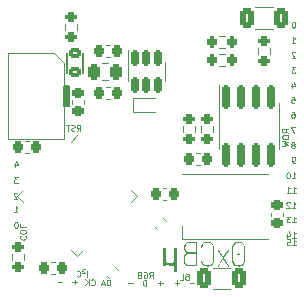
<source format=gbr>
%TF.GenerationSoftware,KiCad,Pcbnew,(5.99.0-11145-g173c9a974c)*%
%TF.CreationDate,2021-06-27T16:32:02+02:00*%
%TF.ProjectId,micro,6d696372-6f2e-46b6-9963-61645f706362,rev1.0*%
%TF.SameCoordinates,Original*%
%TF.FileFunction,Legend,Bot*%
%TF.FilePolarity,Positive*%
%FSLAX46Y46*%
G04 Gerber Fmt 4.6, Leading zero omitted, Abs format (unit mm)*
G04 Created by KiCad (PCBNEW (5.99.0-11145-g173c9a974c)) date 2021-06-27 16:32:02*
%MOMM*%
%LPD*%
G01*
G04 APERTURE LIST*
G04 Aperture macros list*
%AMRoundRect*
0 Rectangle with rounded corners*
0 $1 Rounding radius*
0 $2 $3 $4 $5 $6 $7 $8 $9 X,Y pos of 4 corners*
0 Add a 4 corners polygon primitive as box body*
4,1,4,$2,$3,$4,$5,$6,$7,$8,$9,$2,$3,0*
0 Add four circle primitives for the rounded corners*
1,1,$1+$1,$2,$3*
1,1,$1+$1,$4,$5*
1,1,$1+$1,$6,$7*
1,1,$1+$1,$8,$9*
0 Add four rect primitives between the rounded corners*
20,1,$1+$1,$2,$3,$4,$5,0*
20,1,$1+$1,$4,$5,$6,$7,0*
20,1,$1+$1,$6,$7,$8,$9,0*
20,1,$1+$1,$8,$9,$2,$3,0*%
%AMRotRect*
0 Rectangle, with rotation*
0 The origin of the aperture is its center*
0 $1 length*
0 $2 width*
0 $3 Rotation angle, in degrees counterclockwise*
0 Add horizontal line*
21,1,$1,$2,0,0,$3*%
G04 Aperture macros list end*
%ADD10C,0.125000*%
%ADD11C,0.150000*%
%ADD12C,0.120000*%
%ADD13C,3.987800*%
%ADD14C,2.250000*%
%ADD15RoundRect,0.250000X0.312500X0.625000X-0.312500X0.625000X-0.312500X-0.625000X0.312500X-0.625000X0*%
%ADD16C,1.000000*%
%ADD17C,3.800000*%
%ADD18C,2.600000*%
%ADD19R,1.500000X1.000000*%
%ADD20RoundRect,0.200000X-0.275000X0.200000X-0.275000X-0.200000X0.275000X-0.200000X0.275000X0.200000X0*%
%ADD21RoundRect,0.225000X-0.225000X-0.250000X0.225000X-0.250000X0.225000X0.250000X-0.225000X0.250000X0*%
%ADD22RoundRect,0.200000X0.275000X-0.200000X0.275000X0.200000X-0.275000X0.200000X-0.275000X-0.200000X0*%
%ADD23RoundRect,0.225000X0.335876X0.017678X0.017678X0.335876X-0.335876X-0.017678X-0.017678X-0.335876X0*%
%ADD24RoundRect,0.225000X0.225000X0.250000X-0.225000X0.250000X-0.225000X-0.250000X0.225000X-0.250000X0*%
%ADD25RoundRect,0.225000X0.250000X-0.225000X0.250000X0.225000X-0.250000X0.225000X-0.250000X-0.225000X0*%
%ADD26R,0.600000X0.700000*%
%ADD27RoundRect,0.170000X0.330000X-0.255000X0.330000X0.255000X-0.330000X0.255000X-0.330000X-0.255000X0*%
%ADD28RoundRect,0.300000X-0.070711X-0.494975X0.494975X0.070711X0.070711X0.494975X-0.494975X-0.070711X0*%
%ADD29RoundRect,0.200000X0.200000X0.275000X-0.200000X0.275000X-0.200000X-0.275000X0.200000X-0.275000X0*%
%ADD30C,1.700000*%
%ADD31RoundRect,0.200000X-0.200000X-0.275000X0.200000X-0.275000X0.200000X0.275000X-0.200000X0.275000X0*%
%ADD32RoundRect,0.062500X0.291682X0.380070X-0.380070X-0.291682X-0.291682X-0.380070X0.380070X0.291682X0*%
%ADD33RoundRect,0.062500X-0.291682X0.380070X-0.380070X0.291682X0.291682X-0.380070X0.380070X-0.291682X0*%
%ADD34RotRect,5.200000X5.200000X225.000000*%
%ADD35RoundRect,0.243750X0.243750X0.456250X-0.243750X0.456250X-0.243750X-0.456250X0.243750X-0.456250X0*%
%ADD36RoundRect,0.225000X-0.335876X-0.017678X-0.017678X-0.335876X0.335876X0.017678X0.017678X0.335876X0*%
%ADD37RoundRect,0.250000X-0.312500X-0.625000X0.312500X-0.625000X0.312500X0.625000X-0.312500X0.625000X0*%
%ADD38RoundRect,0.150000X-0.150000X0.512500X-0.150000X-0.512500X0.150000X-0.512500X0.150000X0.512500X0*%
%ADD39RoundRect,0.150000X-0.150000X0.825000X-0.150000X-0.825000X0.150000X-0.825000X0.150000X0.825000X0*%
%ADD40RoundRect,0.225000X-0.250000X0.225000X-0.250000X-0.225000X0.250000X-0.225000X0.250000X0.225000X0*%
%ADD41R,0.600000X1.150000*%
%ADD42R,0.300000X1.150000*%
%ADD43O,1.000000X2.200000*%
%ADD44O,1.000000X1.800000*%
G04 APERTURE END LIST*
D10*
X144693809Y-97866190D02*
X144860476Y-97628095D01*
X144979523Y-97866190D02*
X144979523Y-97366190D01*
X144789047Y-97366190D01*
X144741428Y-97390000D01*
X144717619Y-97413809D01*
X144693809Y-97461428D01*
X144693809Y-97532857D01*
X144717619Y-97580476D01*
X144741428Y-97604285D01*
X144789047Y-97628095D01*
X144979523Y-97628095D01*
X144503333Y-97842380D02*
X144431904Y-97866190D01*
X144312857Y-97866190D01*
X144265238Y-97842380D01*
X144241428Y-97818571D01*
X144217619Y-97770952D01*
X144217619Y-97723333D01*
X144241428Y-97675714D01*
X144265238Y-97651904D01*
X144312857Y-97628095D01*
X144408095Y-97604285D01*
X144455714Y-97580476D01*
X144479523Y-97556666D01*
X144503333Y-97509047D01*
X144503333Y-97461428D01*
X144479523Y-97413809D01*
X144455714Y-97390000D01*
X144408095Y-97366190D01*
X144289047Y-97366190D01*
X144217619Y-97390000D01*
X144074761Y-97366190D02*
X143789047Y-97366190D01*
X143931904Y-97866190D02*
X143931904Y-97366190D01*
D11*
X144012579Y-95809000D02*
X143642579Y-95809000D01*
X143642579Y-95809000D02*
X143642579Y-94109000D01*
X143642579Y-94109000D02*
X144012579Y-94109000D01*
X144012579Y-94109000D02*
X144012579Y-95809000D01*
G36*
X144012579Y-95809000D02*
G01*
X143642579Y-95809000D01*
X143642579Y-94109000D01*
X144012579Y-94109000D01*
X144012579Y-95809000D01*
G37*
D10*
X139941428Y-106769523D02*
X139917619Y-106793333D01*
X139893809Y-106864761D01*
X139893809Y-106912380D01*
X139917619Y-106983809D01*
X139965238Y-107031428D01*
X140012857Y-107055238D01*
X140108095Y-107079047D01*
X140179523Y-107079047D01*
X140274761Y-107055238D01*
X140322380Y-107031428D01*
X140370000Y-106983809D01*
X140393809Y-106912380D01*
X140393809Y-106864761D01*
X140370000Y-106793333D01*
X140346190Y-106769523D01*
X140393809Y-106460000D02*
X140393809Y-106364761D01*
X140370000Y-106317142D01*
X140322380Y-106269523D01*
X140227142Y-106245714D01*
X140060476Y-106245714D01*
X139965238Y-106269523D01*
X139917619Y-106317142D01*
X139893809Y-106364761D01*
X139893809Y-106460000D01*
X139917619Y-106507619D01*
X139965238Y-106555238D01*
X140060476Y-106579047D01*
X140227142Y-106579047D01*
X140322380Y-106555238D01*
X140370000Y-106507619D01*
X140393809Y-106460000D01*
X139893809Y-105793333D02*
X139893809Y-106031428D01*
X140393809Y-106031428D01*
X163076388Y-88645190D02*
X163028769Y-88645190D01*
X162981150Y-88669000D01*
X162957340Y-88692809D01*
X162933531Y-88740428D01*
X162909721Y-88835666D01*
X162909721Y-88954714D01*
X162933531Y-89049952D01*
X162957340Y-89097571D01*
X162981150Y-89121380D01*
X163028769Y-89145190D01*
X163076388Y-89145190D01*
X163124007Y-89121380D01*
X163147817Y-89097571D01*
X163171626Y-89049952D01*
X163195436Y-88954714D01*
X163195436Y-88835666D01*
X163171626Y-88740428D01*
X163147817Y-88692809D01*
X163124007Y-88669000D01*
X163076388Y-88645190D01*
X139377142Y-104726190D02*
X139662857Y-104726190D01*
X139520000Y-104726190D02*
X139520000Y-104226190D01*
X139567619Y-104297619D01*
X139615238Y-104345238D01*
X139662857Y-104369047D01*
X162883531Y-95005190D02*
X163121626Y-95005190D01*
X163145436Y-95243285D01*
X163121626Y-95219476D01*
X163074007Y-95195666D01*
X162954959Y-95195666D01*
X162907340Y-95219476D01*
X162883531Y-95243285D01*
X162859721Y-95290904D01*
X162859721Y-95409952D01*
X162883531Y-95457571D01*
X162907340Y-95481380D01*
X162954959Y-95505190D01*
X163074007Y-95505190D01*
X163121626Y-95481380D01*
X163145436Y-95457571D01*
X162907340Y-96255190D02*
X163002579Y-96255190D01*
X163050198Y-96279000D01*
X163074007Y-96302809D01*
X163121626Y-96374238D01*
X163145436Y-96469476D01*
X163145436Y-96659952D01*
X163121626Y-96707571D01*
X163097817Y-96731380D01*
X163050198Y-96755190D01*
X162954959Y-96755190D01*
X162907340Y-96731380D01*
X162883531Y-96707571D01*
X162859721Y-96659952D01*
X162859721Y-96540904D01*
X162883531Y-96493285D01*
X162907340Y-96469476D01*
X162954959Y-96445666D01*
X163050198Y-96445666D01*
X163097817Y-96469476D01*
X163121626Y-96493285D01*
X163145436Y-96540904D01*
X162917817Y-104395190D02*
X163203531Y-104395190D01*
X163060674Y-104395190D02*
X163060674Y-103895190D01*
X163108293Y-103966619D01*
X163155912Y-104014238D01*
X163203531Y-104038047D01*
X162727340Y-103942809D02*
X162703531Y-103919000D01*
X162655912Y-103895190D01*
X162536864Y-103895190D01*
X162489245Y-103919000D01*
X162465436Y-103942809D01*
X162441626Y-103990428D01*
X162441626Y-104038047D01*
X162465436Y-104109476D01*
X162751150Y-104395190D01*
X162441626Y-104395190D01*
X145580476Y-110226190D02*
X145580476Y-109726190D01*
X145366190Y-109607142D02*
X145318571Y-109583333D01*
X145247142Y-109583333D01*
X145199523Y-109607142D01*
X145175714Y-109654761D01*
X145175714Y-109702380D01*
X145199523Y-109750000D01*
X145366190Y-109916666D01*
X145175714Y-109916666D01*
X144675714Y-110178571D02*
X144699523Y-110202380D01*
X144770952Y-110226190D01*
X144818571Y-110226190D01*
X144890000Y-110202380D01*
X144937619Y-110154761D01*
X144961428Y-110107142D01*
X144985238Y-110011904D01*
X144985238Y-109940476D01*
X144961428Y-109845238D01*
X144937619Y-109797619D01*
X144890000Y-109750000D01*
X144818571Y-109726190D01*
X144770952Y-109726190D01*
X144699523Y-109750000D01*
X144675714Y-109773809D01*
X139632857Y-103163809D02*
X139609047Y-103140000D01*
X139561428Y-103116190D01*
X139442380Y-103116190D01*
X139394761Y-103140000D01*
X139370952Y-103163809D01*
X139347142Y-103211428D01*
X139347142Y-103259047D01*
X139370952Y-103330476D01*
X139656666Y-103616190D01*
X139347142Y-103616190D01*
X162889721Y-90425190D02*
X163175436Y-90425190D01*
X163032579Y-90425190D02*
X163032579Y-89925190D01*
X163080198Y-89996619D01*
X163127817Y-90044238D01*
X163175436Y-90068047D01*
X162927817Y-106905190D02*
X163213531Y-106905190D01*
X163070674Y-106905190D02*
X163070674Y-106405190D01*
X163118293Y-106476619D01*
X163165912Y-106524238D01*
X163213531Y-106548047D01*
X162499245Y-106571857D02*
X162499245Y-106905190D01*
X162618293Y-106381380D02*
X162737340Y-106738523D01*
X162427817Y-106738523D01*
X147505238Y-110966190D02*
X147505238Y-110466190D01*
X147386190Y-110466190D01*
X147314761Y-110490000D01*
X147267142Y-110537619D01*
X147243333Y-110585238D01*
X147219523Y-110680476D01*
X147219523Y-110751904D01*
X147243333Y-110847142D01*
X147267142Y-110894761D01*
X147314761Y-110942380D01*
X147386190Y-110966190D01*
X147505238Y-110966190D01*
X147029047Y-110823333D02*
X146790952Y-110823333D01*
X147076666Y-110966190D02*
X146910000Y-110466190D01*
X146743333Y-110966190D01*
X149410476Y-110795714D02*
X149029523Y-110795714D01*
X163050198Y-99069476D02*
X163097817Y-99045666D01*
X163121626Y-99021857D01*
X163145436Y-98974238D01*
X163145436Y-98950428D01*
X163121626Y-98902809D01*
X163097817Y-98879000D01*
X163050198Y-98855190D01*
X162954959Y-98855190D01*
X162907340Y-98879000D01*
X162883531Y-98902809D01*
X162859721Y-98950428D01*
X162859721Y-98974238D01*
X162883531Y-99021857D01*
X162907340Y-99045666D01*
X162954959Y-99069476D01*
X163050198Y-99069476D01*
X163097817Y-99093285D01*
X163121626Y-99117095D01*
X163145436Y-99164714D01*
X163145436Y-99259952D01*
X163121626Y-99307571D01*
X163097817Y-99331380D01*
X163050198Y-99355190D01*
X162954959Y-99355190D01*
X162907340Y-99331380D01*
X162883531Y-99307571D01*
X162859721Y-99259952D01*
X162859721Y-99164714D01*
X162883531Y-99117095D01*
X162907340Y-99093285D01*
X162954959Y-99069476D01*
X144690476Y-110675714D02*
X144309523Y-110675714D01*
X144500000Y-110866190D02*
X144500000Y-110485238D01*
X139573809Y-105606190D02*
X139526190Y-105606190D01*
X139478571Y-105630000D01*
X139454761Y-105653809D01*
X139430952Y-105701428D01*
X139407142Y-105796666D01*
X139407142Y-105915714D01*
X139430952Y-106010952D01*
X139454761Y-106058571D01*
X139478571Y-106082380D01*
X139526190Y-106106190D01*
X139573809Y-106106190D01*
X139621428Y-106082380D01*
X139645238Y-106058571D01*
X139669047Y-106010952D01*
X139692857Y-105915714D01*
X139692857Y-105796666D01*
X139669047Y-105701428D01*
X139645238Y-105653809D01*
X139621428Y-105630000D01*
X139573809Y-105606190D01*
X145925238Y-110908571D02*
X145949047Y-110932380D01*
X146020476Y-110956190D01*
X146068095Y-110956190D01*
X146139523Y-110932380D01*
X146187142Y-110884761D01*
X146210952Y-110837142D01*
X146234761Y-110741904D01*
X146234761Y-110670476D01*
X146210952Y-110575238D01*
X146187142Y-110527619D01*
X146139523Y-110480000D01*
X146068095Y-110456190D01*
X146020476Y-110456190D01*
X145949047Y-110480000D01*
X145925238Y-110503809D01*
X145710952Y-110956190D02*
X145710952Y-110456190D01*
X145425238Y-110956190D02*
X145639523Y-110670476D01*
X145425238Y-110456190D02*
X145710952Y-110741904D01*
X139454761Y-100622857D02*
X139454761Y-100956190D01*
X139573809Y-100432380D02*
X139692857Y-100789523D01*
X139383333Y-100789523D01*
X162937340Y-93901857D02*
X162937340Y-94235190D01*
X163056388Y-93711380D02*
X163175436Y-94068523D01*
X162865912Y-94068523D01*
X151950476Y-110745714D02*
X151569523Y-110745714D01*
X151760000Y-110936190D02*
X151760000Y-110555238D01*
X153986666Y-110204285D02*
X153915238Y-110228095D01*
X153891428Y-110251904D01*
X153867619Y-110299523D01*
X153867619Y-110370952D01*
X153891428Y-110418571D01*
X153915238Y-110442380D01*
X153962857Y-110466190D01*
X154153333Y-110466190D01*
X154153333Y-109966190D01*
X153986666Y-109966190D01*
X153939047Y-109990000D01*
X153915238Y-110013809D01*
X153891428Y-110061428D01*
X153891428Y-110109047D01*
X153915238Y-110156666D01*
X153939047Y-110180476D01*
X153986666Y-110204285D01*
X154153333Y-110204285D01*
X153415238Y-110466190D02*
X153653333Y-110466190D01*
X153653333Y-109966190D01*
X162925238Y-107556190D02*
X163210952Y-107556190D01*
X163068095Y-107556190D02*
X163068095Y-107056190D01*
X163115714Y-107127619D01*
X163163333Y-107175238D01*
X163210952Y-107199047D01*
X162472857Y-107056190D02*
X162710952Y-107056190D01*
X162734761Y-107294285D01*
X162710952Y-107270476D01*
X162663333Y-107246666D01*
X162544285Y-107246666D01*
X162496666Y-107270476D01*
X162472857Y-107294285D01*
X162449047Y-107341904D01*
X162449047Y-107460952D01*
X162472857Y-107508571D01*
X162496666Y-107532380D01*
X162544285Y-107556190D01*
X162663333Y-107556190D01*
X162710952Y-107532380D01*
X162734761Y-107508571D01*
X163169245Y-97565190D02*
X162835912Y-97565190D01*
X163050198Y-98065190D01*
X154620476Y-110755714D02*
X154239523Y-110755714D01*
X162927817Y-105625190D02*
X163213531Y-105625190D01*
X163070674Y-105625190D02*
X163070674Y-105125190D01*
X163118293Y-105196619D01*
X163165912Y-105244238D01*
X163213531Y-105268047D01*
X162761150Y-105125190D02*
X162451626Y-105125190D01*
X162618293Y-105315666D01*
X162546864Y-105315666D01*
X162499245Y-105339476D01*
X162475436Y-105363285D01*
X162451626Y-105410904D01*
X162451626Y-105529952D01*
X162475436Y-105577571D01*
X162499245Y-105601380D01*
X162546864Y-105625190D01*
X162689721Y-105625190D01*
X162737340Y-105601380D01*
X162761150Y-105577571D01*
X143450476Y-110675714D02*
X143069523Y-110675714D01*
X150845238Y-110326190D02*
X151011904Y-110088095D01*
X151130952Y-110326190D02*
X151130952Y-109826190D01*
X150940476Y-109826190D01*
X150892857Y-109850000D01*
X150869047Y-109873809D01*
X150845238Y-109921428D01*
X150845238Y-109992857D01*
X150869047Y-110040476D01*
X150892857Y-110064285D01*
X150940476Y-110088095D01*
X151130952Y-110088095D01*
X150369047Y-109850000D02*
X150416666Y-109826190D01*
X150488095Y-109826190D01*
X150559523Y-109850000D01*
X150607142Y-109897619D01*
X150630952Y-109945238D01*
X150654761Y-110040476D01*
X150654761Y-110111904D01*
X150630952Y-110207142D01*
X150607142Y-110254761D01*
X150559523Y-110302380D01*
X150488095Y-110326190D01*
X150440476Y-110326190D01*
X150369047Y-110302380D01*
X150345238Y-110278571D01*
X150345238Y-110111904D01*
X150440476Y-110111904D01*
X149964285Y-110064285D02*
X149892857Y-110088095D01*
X149869047Y-110111904D01*
X149845238Y-110159523D01*
X149845238Y-110230952D01*
X149869047Y-110278571D01*
X149892857Y-110302380D01*
X149940476Y-110326190D01*
X150130952Y-110326190D01*
X150130952Y-109826190D01*
X149964285Y-109826190D01*
X149916666Y-109850000D01*
X149892857Y-109873809D01*
X149869047Y-109921428D01*
X149869047Y-109969047D01*
X149892857Y-110016666D01*
X149916666Y-110040476D01*
X149964285Y-110064285D01*
X150130952Y-110064285D01*
X162608769Y-98036142D02*
X162370674Y-97869476D01*
X162608769Y-97750428D02*
X162108769Y-97750428D01*
X162108769Y-97940904D01*
X162132579Y-97988523D01*
X162156388Y-98012333D01*
X162204007Y-98036142D01*
X162275436Y-98036142D01*
X162323055Y-98012333D01*
X162346864Y-97988523D01*
X162370674Y-97940904D01*
X162370674Y-97750428D01*
X162108769Y-98345666D02*
X162108769Y-98440904D01*
X162132579Y-98488523D01*
X162180198Y-98536142D01*
X162275436Y-98559952D01*
X162442102Y-98559952D01*
X162537340Y-98536142D01*
X162584959Y-98488523D01*
X162608769Y-98440904D01*
X162608769Y-98345666D01*
X162584959Y-98298047D01*
X162537340Y-98250428D01*
X162442102Y-98226619D01*
X162275436Y-98226619D01*
X162180198Y-98250428D01*
X162132579Y-98298047D01*
X162108769Y-98345666D01*
X162108769Y-98726619D02*
X162608769Y-98845666D01*
X162251626Y-98940904D01*
X162608769Y-99036142D01*
X162108769Y-99155190D01*
X163175436Y-91232809D02*
X163151626Y-91209000D01*
X163104007Y-91185190D01*
X162984959Y-91185190D01*
X162937340Y-91209000D01*
X162913531Y-91232809D01*
X162889721Y-91280428D01*
X162889721Y-91328047D01*
X162913531Y-91399476D01*
X163199245Y-91685190D01*
X162889721Y-91685190D01*
X153370476Y-110725714D02*
X152989523Y-110725714D01*
X153180000Y-110916190D02*
X153180000Y-110535238D01*
X162947817Y-103105190D02*
X163233531Y-103105190D01*
X163090674Y-103105190D02*
X163090674Y-102605190D01*
X163138293Y-102676619D01*
X163185912Y-102724238D01*
X163233531Y-102748047D01*
X162471626Y-103105190D02*
X162757340Y-103105190D01*
X162614483Y-103105190D02*
X162614483Y-102605190D01*
X162662102Y-102676619D01*
X162709721Y-102724238D01*
X162757340Y-102748047D01*
X150570952Y-110986190D02*
X150570952Y-110486190D01*
X150451904Y-110486190D01*
X150380476Y-110510000D01*
X150332857Y-110557619D01*
X150309047Y-110605238D01*
X150285238Y-110700476D01*
X150285238Y-110771904D01*
X150309047Y-110867142D01*
X150332857Y-110914761D01*
X150380476Y-110962380D01*
X150451904Y-110986190D01*
X150570952Y-110986190D01*
X139676666Y-101796190D02*
X139367142Y-101796190D01*
X139533809Y-101986666D01*
X139462380Y-101986666D01*
X139414761Y-102010476D01*
X139390952Y-102034285D01*
X139367142Y-102081904D01*
X139367142Y-102200952D01*
X139390952Y-102248571D01*
X139414761Y-102272380D01*
X139462380Y-102296190D01*
X139605238Y-102296190D01*
X139652857Y-102272380D01*
X139676666Y-102248571D01*
X163127817Y-100595190D02*
X163032579Y-100595190D01*
X162984959Y-100571380D01*
X162961150Y-100547571D01*
X162913531Y-100476142D01*
X162889721Y-100380904D01*
X162889721Y-100190428D01*
X162913531Y-100142809D01*
X162937340Y-100119000D01*
X162984959Y-100095190D01*
X163080198Y-100095190D01*
X163127817Y-100119000D01*
X163151626Y-100142809D01*
X163175436Y-100190428D01*
X163175436Y-100309476D01*
X163151626Y-100357095D01*
X163127817Y-100380904D01*
X163080198Y-100404714D01*
X162984959Y-100404714D01*
X162937340Y-100380904D01*
X162913531Y-100357095D01*
X162889721Y-100309476D01*
X162917817Y-101895190D02*
X163203531Y-101895190D01*
X163060674Y-101895190D02*
X163060674Y-101395190D01*
X163108293Y-101466619D01*
X163155912Y-101514238D01*
X163203531Y-101538047D01*
X162608293Y-101395190D02*
X162560674Y-101395190D01*
X162513055Y-101419000D01*
X162489245Y-101442809D01*
X162465436Y-101490428D01*
X162441626Y-101585666D01*
X162441626Y-101704714D01*
X162465436Y-101799952D01*
X162489245Y-101847571D01*
X162513055Y-101871380D01*
X162560674Y-101895190D01*
X162608293Y-101895190D01*
X162655912Y-101871380D01*
X162679721Y-101847571D01*
X162703531Y-101799952D01*
X162727340Y-101704714D01*
X162727340Y-101585666D01*
X162703531Y-101490428D01*
X162679721Y-101442809D01*
X162655912Y-101419000D01*
X162608293Y-101395190D01*
X163189245Y-92465190D02*
X162879721Y-92465190D01*
X163046388Y-92655666D01*
X162974959Y-92655666D01*
X162927340Y-92679476D01*
X162903531Y-92703285D01*
X162879721Y-92750904D01*
X162879721Y-92869952D01*
X162903531Y-92917571D01*
X162927340Y-92941380D01*
X162974959Y-92965190D01*
X163117817Y-92965190D01*
X163165436Y-92941380D01*
X163189245Y-92917571D01*
D12*
%TO.C,R9*%
X157667064Y-111280000D02*
X156212936Y-111280000D01*
X157667064Y-109460000D02*
X156212936Y-109460000D01*
%TO.C,D2*%
X153586579Y-107059000D02*
X153586579Y-105909000D01*
X160886579Y-107059000D02*
X153586579Y-107059000D01*
X160886579Y-101559000D02*
X153586579Y-101559000D01*
%TO.C,R6*%
X143670079Y-88831742D02*
X143670079Y-89306258D01*
X144715079Y-88831742D02*
X144715079Y-89306258D01*
%TO.C,R5*%
X140235079Y-108311742D02*
X140235079Y-108786258D01*
X139190079Y-108311742D02*
X139190079Y-108786258D01*
%TO.C,C4*%
X151999420Y-102710000D02*
X152280580Y-102710000D01*
X151999420Y-103730000D02*
X152280580Y-103730000D01*
%TO.C,C9*%
X154809999Y-99735000D02*
X155091159Y-99735000D01*
X154809999Y-100755000D02*
X155091159Y-100755000D01*
%TO.C,R8*%
X160016079Y-91338258D02*
X160016079Y-90863742D01*
X161061079Y-91338258D02*
X161061079Y-90863742D01*
%TO.C,C8*%
X148160030Y-109628781D02*
X147961219Y-109429970D01*
X147438781Y-110350030D02*
X147239970Y-110151219D01*
%TO.C,C1*%
X147471159Y-90591000D02*
X147189999Y-90591000D01*
X147471159Y-91611000D02*
X147189999Y-91611000D01*
%TO.C,C6*%
X145300579Y-95559580D02*
X145300579Y-95278420D01*
X144280579Y-95559580D02*
X144280579Y-95278420D01*
%TO.C,R4*%
X156235079Y-97467742D02*
X156235079Y-97942258D01*
X155190079Y-97467742D02*
X155190079Y-97942258D01*
%TO.C,D1*%
X151332579Y-96273000D02*
X149482579Y-96273000D01*
X151332579Y-95073000D02*
X149482579Y-95073000D01*
X149482579Y-96273000D02*
X149482579Y-95073000D01*
D11*
%TO.C,FB1*%
X145186579Y-93017000D02*
X145186579Y-91317000D01*
X143886579Y-93017000D02*
X143886579Y-91317000D01*
D12*
%TO.C,R1*%
X157219837Y-92385500D02*
X156745321Y-92385500D01*
X157219837Y-91340500D02*
X156745321Y-91340500D01*
%TO.C,J2*%
X143604579Y-98551000D02*
X138864579Y-98551000D01*
X143604579Y-92161000D02*
X143604579Y-98551000D01*
X138864579Y-91271000D02*
X142734579Y-91271000D01*
X142734579Y-91271000D02*
X143604579Y-92161000D01*
X138864579Y-98551000D02*
X138864579Y-91271000D01*
%TO.C,C2*%
X140331999Y-98719000D02*
X140613159Y-98719000D01*
X140331999Y-99739000D02*
X140613159Y-99739000D01*
%TO.C,0xCB*%
G36*
X154148376Y-109330913D02*
G01*
X154013716Y-109289123D01*
X153899774Y-109215542D01*
X153812263Y-109106243D01*
X153756541Y-108957295D01*
X153737968Y-108764771D01*
X153737968Y-108716194D01*
X153840838Y-108716194D01*
X153840838Y-108764771D01*
X153871199Y-108979798D01*
X153962281Y-109127674D01*
X154106942Y-109213399D01*
X154298038Y-109241974D01*
X154752380Y-109241974D01*
X154752380Y-108264709D01*
X154298038Y-108264709D01*
X154106942Y-108290069D01*
X153962281Y-108366150D01*
X153871199Y-108504382D01*
X153840838Y-108716194D01*
X153737968Y-108716194D01*
X153747255Y-108580463D01*
X153775115Y-108470449D01*
X153877985Y-108311858D01*
X154032290Y-108213274D01*
X153934064Y-108145765D01*
X153856554Y-108040395D01*
X153806191Y-107901449D01*
X153789403Y-107733214D01*
X153892273Y-107733214D01*
X153920491Y-107942168D01*
X154005144Y-108071827D01*
X154149091Y-108139336D01*
X154355188Y-108161839D01*
X154752380Y-108161839D01*
X154752380Y-107358881D01*
X154369475Y-107358881D01*
X154237673Y-107365668D01*
X154122301Y-107386027D01*
X153953709Y-107493184D01*
X153907632Y-107593196D01*
X153892273Y-107733214D01*
X153789403Y-107733214D01*
X153808691Y-107557477D01*
X153866555Y-107430319D01*
X153957638Y-107344237D01*
X154076581Y-107291730D01*
X154217671Y-107264941D01*
X154375190Y-107256011D01*
X154803815Y-107256011D01*
X154839534Y-107268870D01*
X154855250Y-107307446D01*
X154855250Y-109296266D01*
X154840963Y-109330556D01*
X154803815Y-109344844D01*
X154298038Y-109344844D01*
X154148376Y-109330913D01*
G37*
G36*
X157541300Y-107986102D02*
G01*
X157559874Y-108004676D01*
X157567018Y-108030394D01*
X157564160Y-108043252D01*
X157558445Y-108056111D01*
X157161253Y-108664759D01*
X157558445Y-109284836D01*
X157567018Y-109313411D01*
X157559874Y-109336271D01*
X157541300Y-109354845D01*
X157515583Y-109361989D01*
X157491294Y-109356274D01*
X157472720Y-109339129D01*
X157098388Y-108759056D01*
X156721198Y-109339129D01*
X156704053Y-109356274D01*
X156681193Y-109361989D01*
X156655475Y-109354845D01*
X156636902Y-109336271D01*
X156629758Y-109313411D01*
X156631187Y-109297695D01*
X156638330Y-109284836D01*
X157038380Y-108664759D01*
X156638330Y-108056111D01*
X156629758Y-108030394D01*
X156636902Y-108001819D01*
X156655475Y-107984674D01*
X156681193Y-107978959D01*
X156704053Y-107984674D01*
X156721198Y-108001819D01*
X157098388Y-108573319D01*
X157472720Y-108001819D01*
X157489865Y-107984674D01*
X157515583Y-107978959D01*
X157541300Y-107986102D01*
G37*
G36*
X158451414Y-108247564D02*
G01*
X158478560Y-108310429D01*
X158451414Y-108374723D01*
X158387120Y-108401869D01*
X158324255Y-108374723D01*
X158298538Y-108310429D01*
X158324255Y-108247564D01*
X158387120Y-108221846D01*
X158451414Y-108247564D01*
G37*
G36*
X158240316Y-109347344D02*
G01*
X158105657Y-109303410D01*
X157991714Y-109227329D01*
X157904203Y-109116244D01*
X157848482Y-108966225D01*
X157829908Y-108773344D01*
X157829908Y-107844656D01*
X157932778Y-107844656D01*
X157932778Y-108773344D01*
X157963139Y-108989442D01*
X158054222Y-109140533D01*
X158198882Y-109229472D01*
X158389978Y-109259119D01*
X158580716Y-109229472D01*
X158724305Y-109140533D01*
X158814317Y-108989442D01*
X158844320Y-108773344D01*
X158844320Y-107844656D01*
X158814317Y-107628558D01*
X158724305Y-107477467D01*
X158580716Y-107388528D01*
X158389978Y-107358881D01*
X158198882Y-107388528D01*
X158054222Y-107477467D01*
X157963139Y-107628558D01*
X157932778Y-107844656D01*
X157829908Y-107844656D01*
X157848482Y-107651775D01*
X157904203Y-107501756D01*
X157991714Y-107390671D01*
X158105657Y-107314590D01*
X158240316Y-107270656D01*
X158389978Y-107256011D01*
X158539282Y-107270656D01*
X158672870Y-107314590D01*
X158785742Y-107390671D01*
X158872895Y-107501756D01*
X158928617Y-107651775D01*
X158947190Y-107844656D01*
X158947190Y-108773344D01*
X158928617Y-108966225D01*
X158872895Y-109116244D01*
X158785742Y-109227329D01*
X158672870Y-109303410D01*
X158539282Y-109347344D01*
X158389978Y-109361989D01*
X158240316Y-109347344D01*
G37*
G36*
X155917526Y-107270656D02*
G01*
X156052543Y-107314590D01*
X156168629Y-107390671D01*
X156259711Y-107501756D01*
X156318647Y-107651775D01*
X156338293Y-107844656D01*
X156338293Y-108773344D01*
X156319362Y-108966225D01*
X156262569Y-109116244D01*
X156173629Y-109227329D01*
X156058258Y-109303410D01*
X155923955Y-109347344D01*
X155778223Y-109361989D01*
X155609987Y-109345558D01*
X155471041Y-109296266D01*
X155362099Y-109221257D01*
X155283875Y-109127674D01*
X155221010Y-108916219D01*
X155233869Y-108850496D01*
X155272445Y-108833351D01*
X155312450Y-108849068D01*
X155323880Y-108884786D01*
X155349598Y-109004801D01*
X155409605Y-109127674D01*
X155535335Y-109221971D01*
X155761078Y-109259119D01*
X155966818Y-109229829D01*
X156115408Y-109141961D01*
X156205419Y-108991228D01*
X156235423Y-108773344D01*
X156235423Y-107844656D01*
X156205776Y-107628558D01*
X156116836Y-107477467D01*
X155971461Y-107388528D01*
X155772508Y-107358881D01*
X155545336Y-107397457D01*
X155411034Y-107494612D01*
X155345311Y-107617485D01*
X155323880Y-107733214D01*
X155316736Y-107766075D01*
X155272445Y-107784649D01*
X155233869Y-107768932D01*
X155221010Y-107704639D01*
X155282446Y-107490326D01*
X155358885Y-107396743D01*
X155465326Y-107321734D01*
X155602129Y-107272442D01*
X155769650Y-107256011D01*
X155917526Y-107270656D01*
G37*
%TO.C,R2*%
X156745321Y-89816500D02*
X157219837Y-89816500D01*
X156745321Y-90861500D02*
X157219837Y-90861500D01*
%TO.C,C5*%
X147189999Y-94147000D02*
X147471159Y-94147000D01*
X147189999Y-95167000D02*
X147471159Y-95167000D01*
%TO.C,U2*%
X144194185Y-98776632D02*
X144706837Y-98263980D01*
X144706837Y-108474602D02*
X144194185Y-107961950D01*
X145219489Y-107961950D02*
X144706837Y-108474602D01*
X149812148Y-103369291D02*
X149299496Y-102856639D01*
X149299496Y-103881943D02*
X149812148Y-103369291D01*
X139601526Y-103369291D02*
X140114178Y-103881943D01*
X140114178Y-102856639D02*
X139601526Y-103369291D01*
%TO.C,F1*%
X147335157Y-92169000D02*
X146818001Y-92169000D01*
X147335157Y-93589000D02*
X146818001Y-93589000D01*
%TO.C,C3*%
X142813159Y-108989000D02*
X142531999Y-108989000D01*
X142813159Y-110009000D02*
X142531999Y-110009000D01*
%TO.C,R3*%
X153666079Y-97467742D02*
X153666079Y-97942258D01*
X154711079Y-97467742D02*
X154711079Y-97942258D01*
%TO.C,C7*%
X151289957Y-106014203D02*
X151488768Y-106213014D01*
X152011206Y-105292954D02*
X152210017Y-105491765D01*
%TO.C,R7*%
X159811515Y-89217000D02*
X161265643Y-89217000D01*
X159811515Y-87397000D02*
X161265643Y-87397000D01*
%TO.C,U1*%
X152142579Y-92869000D02*
X152142579Y-93669000D01*
X149022579Y-92869000D02*
X149022579Y-91069000D01*
X149022579Y-92869000D02*
X149022579Y-93669000D01*
X152142579Y-92869000D02*
X152142579Y-92069000D01*
%TO.C,Q1*%
X156708579Y-97451000D02*
X156708579Y-94001000D01*
X161828579Y-97451000D02*
X161828579Y-99401000D01*
X156708579Y-97451000D02*
X156708579Y-99401000D01*
X161828579Y-97451000D02*
X161828579Y-95501000D01*
%TO.C,micro*%
G36*
X152237716Y-108890158D02*
G01*
X152316626Y-109007981D01*
X152438014Y-109078674D01*
X152601880Y-109102239D01*
X152741231Y-109075031D01*
X152835586Y-108993408D01*
X152889827Y-108854928D01*
X152908838Y-108657149D01*
X152908838Y-107773948D01*
X153166961Y-107773948D01*
X153166961Y-109864052D01*
X152908838Y-109864052D01*
X152908838Y-109209674D01*
X152772799Y-109286065D01*
X152590717Y-109311528D01*
X152380381Y-109264438D01*
X152223763Y-109123167D01*
X152211206Y-109283623D01*
X151978197Y-109283623D01*
X151978197Y-107773948D01*
X152237716Y-107773948D01*
X152237716Y-108890158D01*
G37*
%TO.C,C10*%
X162162579Y-104788420D02*
X162162579Y-105069580D01*
X161142579Y-104788420D02*
X161142579Y-105069580D01*
%TD*%
%LPC*%
D13*
%TO.C,MX1*%
X151240000Y-99310000D03*
D14*
X147430000Y-96770000D03*
X153780000Y-94230000D03*
%TD*%
D15*
%TO.C,R9*%
X155477500Y-110370000D03*
X158402500Y-110370000D03*
%TD*%
D16*
%TO.C,J7*%
X163872579Y-88894000D03*
X163872579Y-90164000D03*
X163872579Y-91434000D03*
X163872579Y-92704000D03*
X163872579Y-93974000D03*
X163872579Y-95244000D03*
X163872579Y-96514000D03*
X163872579Y-97784000D03*
X163872579Y-99054000D03*
X163872579Y-100324000D03*
X163872579Y-101594000D03*
X163872579Y-102864000D03*
X163872579Y-104134000D03*
X163872579Y-105404000D03*
X163872579Y-106674000D03*
X163872579Y-107944000D03*
%TD*%
%TO.C,J3*%
X154455000Y-111660000D03*
X153185000Y-111660000D03*
%TD*%
%TO.C,J4*%
X149230000Y-111660000D03*
X150500000Y-111660000D03*
X151770000Y-111660000D03*
%TD*%
%TO.C,J5*%
X147090000Y-111670000D03*
X145820000Y-111670000D03*
X144550000Y-111670000D03*
X143280000Y-111670000D03*
%TD*%
%TO.C,J6*%
X138710000Y-105810000D03*
X138710000Y-104540000D03*
X138710000Y-103270000D03*
X138710000Y-102000000D03*
X138710000Y-100730000D03*
%TD*%
D17*
%TO.C,H2*%
X161212579Y-109159000D03*
D18*
X161212579Y-109159000D03*
%TD*%
%TO.C,H1*%
X141212579Y-89159000D03*
D17*
X141212579Y-89159000D03*
%TD*%
D19*
%TO.C,D2*%
X159686579Y-102709000D03*
X159686579Y-105909000D03*
X154786579Y-105909000D03*
X154786579Y-102709000D03*
%TD*%
D20*
%TO.C,R6*%
X144192579Y-88244000D03*
X144192579Y-89894000D03*
%TD*%
%TO.C,R5*%
X139712579Y-107724000D03*
X139712579Y-109374000D03*
%TD*%
D21*
%TO.C,C4*%
X151365000Y-103220000D03*
X152915000Y-103220000D03*
%TD*%
%TO.C,C9*%
X154175579Y-100245000D03*
X155725579Y-100245000D03*
%TD*%
D22*
%TO.C,R8*%
X160538579Y-91926000D03*
X160538579Y-90276000D03*
%TD*%
D23*
%TO.C,C8*%
X148248008Y-110438008D03*
X147151992Y-109341992D03*
%TD*%
D24*
%TO.C,C1*%
X148105579Y-91101000D03*
X146555579Y-91101000D03*
%TD*%
D25*
%TO.C,C6*%
X144790579Y-96194000D03*
X144790579Y-94644000D03*
%TD*%
D20*
%TO.C,R4*%
X155712579Y-96880000D03*
X155712579Y-98530000D03*
%TD*%
D26*
%TO.C,D1*%
X149932579Y-95673000D03*
X151332579Y-95673000D03*
%TD*%
D27*
%TO.C,FB1*%
X144536579Y-92917000D03*
X144536579Y-91317000D03*
%TD*%
D28*
%TO.C,Y1*%
X148339129Y-108001769D03*
X149894764Y-106446134D03*
X151096845Y-107648215D03*
X149541210Y-109203850D03*
%TD*%
D29*
%TO.C,R1*%
X157807579Y-91863000D03*
X156157579Y-91863000D03*
%TD*%
D30*
%TO.C,J2*%
X142504579Y-92371000D03*
X139964579Y-92371000D03*
X142504579Y-94911000D03*
X139964579Y-94911000D03*
X142504579Y-97451000D03*
X139964579Y-97451000D03*
%TD*%
D21*
%TO.C,C2*%
X139697579Y-99229000D03*
X141247579Y-99229000D03*
%TD*%
D31*
%TO.C,R2*%
X156157579Y-90339000D03*
X157807579Y-90339000D03*
%TD*%
D21*
%TO.C,C5*%
X146555579Y-94657000D03*
X148105579Y-94657000D03*
%TD*%
D32*
%TO.C,U2*%
X145299039Y-99241555D03*
X145652592Y-99595109D03*
X146006146Y-99948662D03*
X146359699Y-100302215D03*
X146713252Y-100655769D03*
X147066806Y-101009322D03*
X147420359Y-101362876D03*
X147773913Y-101716429D03*
X148127466Y-102069982D03*
X148481019Y-102423536D03*
X148834573Y-102777089D03*
D33*
X148834573Y-103961493D03*
X148481019Y-104315046D03*
X148127466Y-104668600D03*
X147773913Y-105022153D03*
X147420359Y-105375706D03*
X147066806Y-105729260D03*
X146713252Y-106082813D03*
X146359699Y-106436367D03*
X146006146Y-106789920D03*
X145652592Y-107143473D03*
X145299039Y-107497027D03*
D32*
X144114635Y-107497027D03*
X143761082Y-107143473D03*
X143407528Y-106789920D03*
X143053975Y-106436367D03*
X142700422Y-106082813D03*
X142346868Y-105729260D03*
X141993315Y-105375706D03*
X141639761Y-105022153D03*
X141286208Y-104668600D03*
X140932655Y-104315046D03*
X140579101Y-103961493D03*
D33*
X140579101Y-102777089D03*
X140932655Y-102423536D03*
X141286208Y-102069982D03*
X141639761Y-101716429D03*
X141993315Y-101362876D03*
X142346868Y-101009322D03*
X142700422Y-100655769D03*
X143053975Y-100302215D03*
X143407528Y-99948662D03*
X143761082Y-99595109D03*
X144114635Y-99241555D03*
D34*
X144706837Y-103369291D03*
%TD*%
D35*
%TO.C,F1*%
X148014079Y-92879000D03*
X146139079Y-92879000D03*
%TD*%
D24*
%TO.C,C3*%
X143447579Y-109499000D03*
X141897579Y-109499000D03*
%TD*%
D20*
%TO.C,R3*%
X154188579Y-96880000D03*
X154188579Y-98530000D03*
%TD*%
D36*
%TO.C,C7*%
X151201979Y-105204976D03*
X152297995Y-106300992D03*
%TD*%
D37*
%TO.C,R7*%
X159076079Y-88307000D03*
X162001079Y-88307000D03*
%TD*%
D38*
%TO.C,U1*%
X149632579Y-91731500D03*
X150582579Y-91731500D03*
X151532579Y-91731500D03*
X151532579Y-94006500D03*
X150582579Y-94006500D03*
X149632579Y-94006500D03*
%TD*%
D39*
%TO.C,Q1*%
X157363579Y-94976000D03*
X158633579Y-94976000D03*
X159903579Y-94976000D03*
X161173579Y-94976000D03*
X161173579Y-99926000D03*
X159903579Y-99926000D03*
X158633579Y-99926000D03*
X157363579Y-99926000D03*
%TD*%
D40*
%TO.C,C10*%
X161652579Y-104154000D03*
X161652579Y-105704000D03*
%TD*%
D41*
%TO.C,J1*%
X148092579Y-89456500D03*
X148892579Y-89456500D03*
D42*
X150042579Y-89456500D03*
X151042579Y-89456500D03*
X151542579Y-89456500D03*
X152542579Y-89456500D03*
D41*
X153692579Y-89456500D03*
X154492579Y-89456500D03*
X154492579Y-89456500D03*
X153692579Y-89456500D03*
D42*
X153042579Y-89456500D03*
X152042579Y-89456500D03*
X150542579Y-89456500D03*
X149542579Y-89456500D03*
D41*
X148892579Y-89456500D03*
X148092579Y-89456500D03*
D43*
X156912579Y-84156500D03*
D44*
X156912579Y-88156500D03*
D43*
X145672579Y-84156500D03*
D44*
X145672579Y-88156500D03*
%TD*%
M02*

</source>
